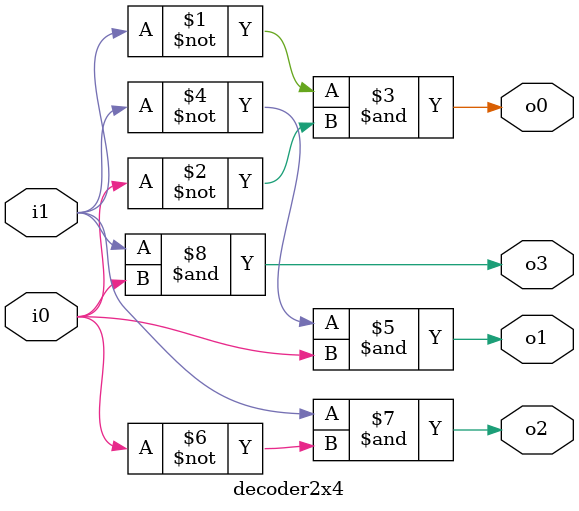
<source format=v>
module decoder2x4(
input i1,i0,
output o3,o2,o1,o0
);
assign o0=~i1 & ~i0;
assign o1=~i1 & i0;
assign o2=i1 & ~i0;
assign o3=i1 & i0;
endmodule

</source>
